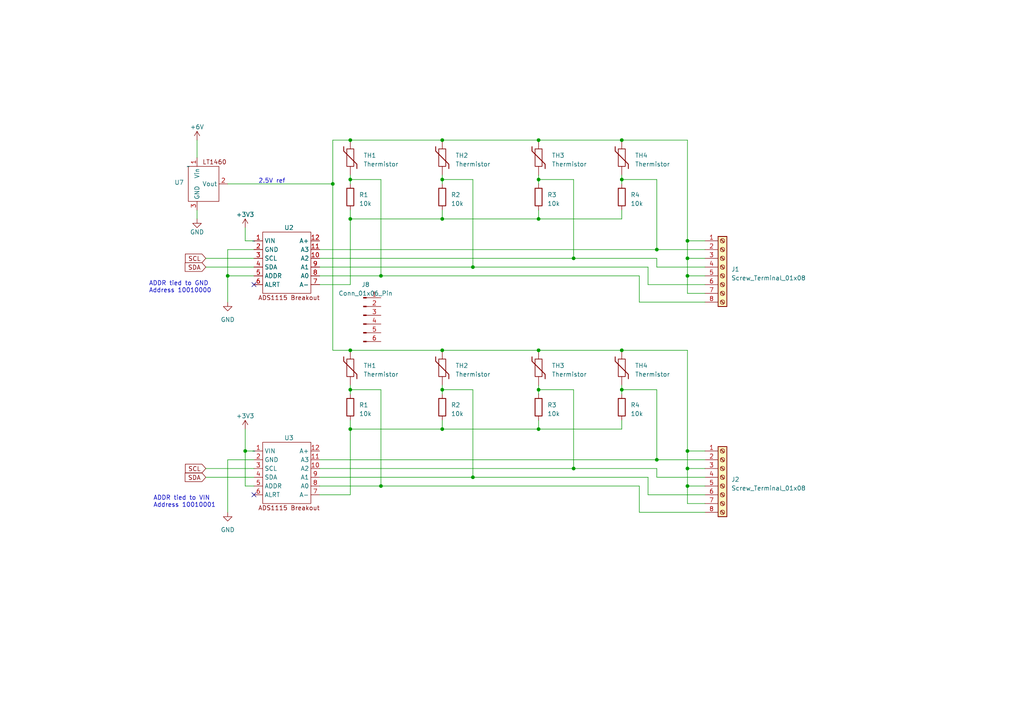
<source format=kicad_sch>
(kicad_sch (version 20230121) (generator eeschema)

  (uuid c395a982-2a4f-4c41-a003-bfcbf97c804e)

  (paper "A4")

  (lib_symbols
    (symbol "Connector:Conn_01x06_Pin" (pin_names (offset 1.016) hide) (in_bom yes) (on_board yes)
      (property "Reference" "J" (at 0 7.62 0)
        (effects (font (size 1.27 1.27)))
      )
      (property "Value" "Conn_01x06_Pin" (at 0 -10.16 0)
        (effects (font (size 1.27 1.27)))
      )
      (property "Footprint" "" (at 0 0 0)
        (effects (font (size 1.27 1.27)) hide)
      )
      (property "Datasheet" "~" (at 0 0 0)
        (effects (font (size 1.27 1.27)) hide)
      )
      (property "ki_locked" "" (at 0 0 0)
        (effects (font (size 1.27 1.27)))
      )
      (property "ki_keywords" "connector" (at 0 0 0)
        (effects (font (size 1.27 1.27)) hide)
      )
      (property "ki_description" "Generic connector, single row, 01x06, script generated" (at 0 0 0)
        (effects (font (size 1.27 1.27)) hide)
      )
      (property "ki_fp_filters" "Connector*:*_1x??_*" (at 0 0 0)
        (effects (font (size 1.27 1.27)) hide)
      )
      (symbol "Conn_01x06_Pin_1_1"
        (polyline
          (pts
            (xy 1.27 -7.62)
            (xy 0.8636 -7.62)
          )
          (stroke (width 0.1524) (type default))
          (fill (type none))
        )
        (polyline
          (pts
            (xy 1.27 -5.08)
            (xy 0.8636 -5.08)
          )
          (stroke (width 0.1524) (type default))
          (fill (type none))
        )
        (polyline
          (pts
            (xy 1.27 -2.54)
            (xy 0.8636 -2.54)
          )
          (stroke (width 0.1524) (type default))
          (fill (type none))
        )
        (polyline
          (pts
            (xy 1.27 0)
            (xy 0.8636 0)
          )
          (stroke (width 0.1524) (type default))
          (fill (type none))
        )
        (polyline
          (pts
            (xy 1.27 2.54)
            (xy 0.8636 2.54)
          )
          (stroke (width 0.1524) (type default))
          (fill (type none))
        )
        (polyline
          (pts
            (xy 1.27 5.08)
            (xy 0.8636 5.08)
          )
          (stroke (width 0.1524) (type default))
          (fill (type none))
        )
        (rectangle (start 0.8636 -7.493) (end 0 -7.747)
          (stroke (width 0.1524) (type default))
          (fill (type outline))
        )
        (rectangle (start 0.8636 -4.953) (end 0 -5.207)
          (stroke (width 0.1524) (type default))
          (fill (type outline))
        )
        (rectangle (start 0.8636 -2.413) (end 0 -2.667)
          (stroke (width 0.1524) (type default))
          (fill (type outline))
        )
        (rectangle (start 0.8636 0.127) (end 0 -0.127)
          (stroke (width 0.1524) (type default))
          (fill (type outline))
        )
        (rectangle (start 0.8636 2.667) (end 0 2.413)
          (stroke (width 0.1524) (type default))
          (fill (type outline))
        )
        (rectangle (start 0.8636 5.207) (end 0 4.953)
          (stroke (width 0.1524) (type default))
          (fill (type outline))
        )
        (pin passive line (at 5.08 5.08 180) (length 3.81)
          (name "Pin_1" (effects (font (size 1.27 1.27))))
          (number "1" (effects (font (size 1.27 1.27))))
        )
        (pin passive line (at 5.08 2.54 180) (length 3.81)
          (name "Pin_2" (effects (font (size 1.27 1.27))))
          (number "2" (effects (font (size 1.27 1.27))))
        )
        (pin passive line (at 5.08 0 180) (length 3.81)
          (name "Pin_3" (effects (font (size 1.27 1.27))))
          (number "3" (effects (font (size 1.27 1.27))))
        )
        (pin passive line (at 5.08 -2.54 180) (length 3.81)
          (name "Pin_4" (effects (font (size 1.27 1.27))))
          (number "4" (effects (font (size 1.27 1.27))))
        )
        (pin passive line (at 5.08 -5.08 180) (length 3.81)
          (name "Pin_5" (effects (font (size 1.27 1.27))))
          (number "5" (effects (font (size 1.27 1.27))))
        )
        (pin passive line (at 5.08 -7.62 180) (length 3.81)
          (name "Pin_6" (effects (font (size 1.27 1.27))))
          (number "6" (effects (font (size 1.27 1.27))))
        )
      )
    )
    (symbol "Connector:Screw_Terminal_01x08" (pin_names (offset 1.016) hide) (in_bom yes) (on_board yes)
      (property "Reference" "J" (at 0 10.16 0)
        (effects (font (size 1.27 1.27)))
      )
      (property "Value" "Screw_Terminal_01x08" (at 0 -12.7 0)
        (effects (font (size 1.27 1.27)))
      )
      (property "Footprint" "" (at 0 0 0)
        (effects (font (size 1.27 1.27)) hide)
      )
      (property "Datasheet" "~" (at 0 0 0)
        (effects (font (size 1.27 1.27)) hide)
      )
      (property "ki_keywords" "screw terminal" (at 0 0 0)
        (effects (font (size 1.27 1.27)) hide)
      )
      (property "ki_description" "Generic screw terminal, single row, 01x08, script generated (kicad-library-utils/schlib/autogen/connector/)" (at 0 0 0)
        (effects (font (size 1.27 1.27)) hide)
      )
      (property "ki_fp_filters" "TerminalBlock*:*" (at 0 0 0)
        (effects (font (size 1.27 1.27)) hide)
      )
      (symbol "Screw_Terminal_01x08_1_1"
        (rectangle (start -1.27 8.89) (end 1.27 -11.43)
          (stroke (width 0.254) (type default))
          (fill (type background))
        )
        (circle (center 0 -10.16) (radius 0.635)
          (stroke (width 0.1524) (type default))
          (fill (type none))
        )
        (circle (center 0 -7.62) (radius 0.635)
          (stroke (width 0.1524) (type default))
          (fill (type none))
        )
        (circle (center 0 -5.08) (radius 0.635)
          (stroke (width 0.1524) (type default))
          (fill (type none))
        )
        (circle (center 0 -2.54) (radius 0.635)
          (stroke (width 0.1524) (type default))
          (fill (type none))
        )
        (polyline
          (pts
            (xy -0.5334 -9.8298)
            (xy 0.3302 -10.668)
          )
          (stroke (width 0.1524) (type default))
          (fill (type none))
        )
        (polyline
          (pts
            (xy -0.5334 -7.2898)
            (xy 0.3302 -8.128)
          )
          (stroke (width 0.1524) (type default))
          (fill (type none))
        )
        (polyline
          (pts
            (xy -0.5334 -4.7498)
            (xy 0.3302 -5.588)
          )
          (stroke (width 0.1524) (type default))
          (fill (type none))
        )
        (polyline
          (pts
            (xy -0.5334 -2.2098)
            (xy 0.3302 -3.048)
          )
          (stroke (width 0.1524) (type default))
          (fill (type none))
        )
        (polyline
          (pts
            (xy -0.5334 0.3302)
            (xy 0.3302 -0.508)
          )
          (stroke (width 0.1524) (type default))
          (fill (type none))
        )
        (polyline
          (pts
            (xy -0.5334 2.8702)
            (xy 0.3302 2.032)
          )
          (stroke (width 0.1524) (type default))
          (fill (type none))
        )
        (polyline
          (pts
            (xy -0.5334 5.4102)
            (xy 0.3302 4.572)
          )
          (stroke (width 0.1524) (type default))
          (fill (type none))
        )
        (polyline
          (pts
            (xy -0.5334 7.9502)
            (xy 0.3302 7.112)
          )
          (stroke (width 0.1524) (type default))
          (fill (type none))
        )
        (polyline
          (pts
            (xy -0.3556 -9.652)
            (xy 0.508 -10.4902)
          )
          (stroke (width 0.1524) (type default))
          (fill (type none))
        )
        (polyline
          (pts
            (xy -0.3556 -7.112)
            (xy 0.508 -7.9502)
          )
          (stroke (width 0.1524) (type default))
          (fill (type none))
        )
        (polyline
          (pts
            (xy -0.3556 -4.572)
            (xy 0.508 -5.4102)
          )
          (stroke (width 0.1524) (type default))
          (fill (type none))
        )
        (polyline
          (pts
            (xy -0.3556 -2.032)
            (xy 0.508 -2.8702)
          )
          (stroke (width 0.1524) (type default))
          (fill (type none))
        )
        (polyline
          (pts
            (xy -0.3556 0.508)
            (xy 0.508 -0.3302)
          )
          (stroke (width 0.1524) (type default))
          (fill (type none))
        )
        (polyline
          (pts
            (xy -0.3556 3.048)
            (xy 0.508 2.2098)
          )
          (stroke (width 0.1524) (type default))
          (fill (type none))
        )
        (polyline
          (pts
            (xy -0.3556 5.588)
            (xy 0.508 4.7498)
          )
          (stroke (width 0.1524) (type default))
          (fill (type none))
        )
        (polyline
          (pts
            (xy -0.3556 8.128)
            (xy 0.508 7.2898)
          )
          (stroke (width 0.1524) (type default))
          (fill (type none))
        )
        (circle (center 0 0) (radius 0.635)
          (stroke (width 0.1524) (type default))
          (fill (type none))
        )
        (circle (center 0 2.54) (radius 0.635)
          (stroke (width 0.1524) (type default))
          (fill (type none))
        )
        (circle (center 0 5.08) (radius 0.635)
          (stroke (width 0.1524) (type default))
          (fill (type none))
        )
        (circle (center 0 7.62) (radius 0.635)
          (stroke (width 0.1524) (type default))
          (fill (type none))
        )
        (pin passive line (at -5.08 7.62 0) (length 3.81)
          (name "Pin_1" (effects (font (size 1.27 1.27))))
          (number "1" (effects (font (size 1.27 1.27))))
        )
        (pin passive line (at -5.08 5.08 0) (length 3.81)
          (name "Pin_2" (effects (font (size 1.27 1.27))))
          (number "2" (effects (font (size 1.27 1.27))))
        )
        (pin passive line (at -5.08 2.54 0) (length 3.81)
          (name "Pin_3" (effects (font (size 1.27 1.27))))
          (number "3" (effects (font (size 1.27 1.27))))
        )
        (pin passive line (at -5.08 0 0) (length 3.81)
          (name "Pin_4" (effects (font (size 1.27 1.27))))
          (number "4" (effects (font (size 1.27 1.27))))
        )
        (pin passive line (at -5.08 -2.54 0) (length 3.81)
          (name "Pin_5" (effects (font (size 1.27 1.27))))
          (number "5" (effects (font (size 1.27 1.27))))
        )
        (pin passive line (at -5.08 -5.08 0) (length 3.81)
          (name "Pin_6" (effects (font (size 1.27 1.27))))
          (number "6" (effects (font (size 1.27 1.27))))
        )
        (pin passive line (at -5.08 -7.62 0) (length 3.81)
          (name "Pin_7" (effects (font (size 1.27 1.27))))
          (number "7" (effects (font (size 1.27 1.27))))
        )
        (pin passive line (at -5.08 -10.16 0) (length 3.81)
          (name "Pin_8" (effects (font (size 1.27 1.27))))
          (number "8" (effects (font (size 1.27 1.27))))
        )
      )
    )
    (symbol "Device:R" (pin_numbers hide) (pin_names (offset 0)) (in_bom yes) (on_board yes)
      (property "Reference" "R" (at 2.032 0 90)
        (effects (font (size 1.27 1.27)))
      )
      (property "Value" "R" (at 0 0 90)
        (effects (font (size 1.27 1.27)))
      )
      (property "Footprint" "" (at -1.778 0 90)
        (effects (font (size 1.27 1.27)) hide)
      )
      (property "Datasheet" "~" (at 0 0 0)
        (effects (font (size 1.27 1.27)) hide)
      )
      (property "ki_keywords" "R res resistor" (at 0 0 0)
        (effects (font (size 1.27 1.27)) hide)
      )
      (property "ki_description" "Resistor" (at 0 0 0)
        (effects (font (size 1.27 1.27)) hide)
      )
      (property "ki_fp_filters" "R_*" (at 0 0 0)
        (effects (font (size 1.27 1.27)) hide)
      )
      (symbol "R_0_1"
        (rectangle (start -1.016 -2.54) (end 1.016 2.54)
          (stroke (width 0.254) (type default))
          (fill (type none))
        )
      )
      (symbol "R_1_1"
        (pin passive line (at 0 3.81 270) (length 1.27)
          (name "~" (effects (font (size 1.27 1.27))))
          (number "1" (effects (font (size 1.27 1.27))))
        )
        (pin passive line (at 0 -3.81 90) (length 1.27)
          (name "~" (effects (font (size 1.27 1.27))))
          (number "2" (effects (font (size 1.27 1.27))))
        )
      )
    )
    (symbol "Device:Thermistor" (pin_numbers hide) (pin_names (offset 0)) (in_bom yes) (on_board yes)
      (property "Reference" "TH" (at 2.54 1.27 90)
        (effects (font (size 1.27 1.27)))
      )
      (property "Value" "Thermistor" (at -2.54 0 90)
        (effects (font (size 1.27 1.27)) (justify bottom))
      )
      (property "Footprint" "" (at 0 0 0)
        (effects (font (size 1.27 1.27)) hide)
      )
      (property "Datasheet" "~" (at 0 0 0)
        (effects (font (size 1.27 1.27)) hide)
      )
      (property "ki_keywords" "R res thermistor" (at 0 0 0)
        (effects (font (size 1.27 1.27)) hide)
      )
      (property "ki_description" "Temperature dependent resistor" (at 0 0 0)
        (effects (font (size 1.27 1.27)) hide)
      )
      (property "ki_fp_filters" "R_*" (at 0 0 0)
        (effects (font (size 1.27 1.27)) hide)
      )
      (symbol "Thermistor_0_1"
        (rectangle (start -1.016 2.54) (end 1.016 -2.54)
          (stroke (width 0.2032) (type default))
          (fill (type none))
        )
        (polyline
          (pts
            (xy -1.905 3.175)
            (xy -1.905 1.905)
            (xy 1.905 -1.905)
            (xy 1.905 -3.175)
            (xy 1.905 -3.175)
          )
          (stroke (width 0.254) (type default))
          (fill (type none))
        )
      )
      (symbol "Thermistor_1_1"
        (pin passive line (at 0 5.08 270) (length 2.54)
          (name "~" (effects (font (size 1.27 1.27))))
          (number "1" (effects (font (size 1.27 1.27))))
        )
        (pin passive line (at 0 -5.08 90) (length 2.54)
          (name "~" (effects (font (size 1.27 1.27))))
          (number "2" (effects (font (size 1.27 1.27))))
        )
      )
    )
    (symbol "New_Library:ADS1115" (in_bom yes) (on_board yes)
      (property "Reference" "U" (at 3.81 3.81 0)
        (effects (font (size 1.27 1.27)))
      )
      (property "Value" "" (at 0 0 0)
        (effects (font (size 1.27 1.27)))
      )
      (property "Footprint" "" (at 0 0 0)
        (effects (font (size 1.27 1.27)) hide)
      )
      (property "Datasheet" "" (at 0 0 0)
        (effects (font (size 1.27 1.27)) hide)
      )
      (symbol "ADS1115_0_0"
        (pin unspecified line (at 0 0 0) (length 2.54)
          (name "VIN" (effects (font (size 1.27 1.27))))
          (number "1" (effects (font (size 1.27 1.27))))
        )
        (pin unspecified line (at 19.05 -5.08 180) (length 2.54)
          (name "A2" (effects (font (size 1.27 1.27))))
          (number "10" (effects (font (size 1.27 1.27))))
        )
        (pin unspecified line (at 19.05 -2.54 180) (length 2.54)
          (name "A3" (effects (font (size 1.27 1.27))))
          (number "11" (effects (font (size 1.27 1.27))))
        )
        (pin unspecified line (at 19.05 0 180) (length 2.54)
          (name "A+" (effects (font (size 1.27 1.27))))
          (number "12" (effects (font (size 1.27 1.27))))
        )
        (pin unspecified line (at 0 -2.54 0) (length 2.54)
          (name "GND" (effects (font (size 1.27 1.27))))
          (number "2" (effects (font (size 1.27 1.27))))
        )
        (pin unspecified line (at 0 -5.08 0) (length 2.54)
          (name "SCL" (effects (font (size 1.27 1.27))))
          (number "3" (effects (font (size 1.27 1.27))))
        )
        (pin unspecified line (at 0 -7.62 0) (length 2.54)
          (name "SDA" (effects (font (size 1.27 1.27))))
          (number "4" (effects (font (size 1.27 1.27))))
        )
        (pin unspecified line (at 0 -10.16 0) (length 2.54)
          (name "ADDR" (effects (font (size 1.27 1.27))))
          (number "5" (effects (font (size 1.27 1.27))))
        )
        (pin unspecified line (at 0 -12.7 0) (length 2.54)
          (name "ALRT" (effects (font (size 1.27 1.27))))
          (number "6" (effects (font (size 1.27 1.27))))
        )
        (pin unspecified line (at 19.05 -12.7 180) (length 2.54)
          (name "A-" (effects (font (size 1.27 1.27))))
          (number "7" (effects (font (size 1.27 1.27))))
        )
        (pin unspecified line (at 19.05 -10.16 180) (length 2.54)
          (name "A0" (effects (font (size 1.27 1.27))))
          (number "8" (effects (font (size 1.27 1.27))))
        )
        (pin unspecified line (at 19.05 -7.62 180) (length 2.54)
          (name "A1" (effects (font (size 1.27 1.27))))
          (number "9" (effects (font (size 1.27 1.27))))
        )
      )
      (symbol "ADS1115_0_1"
        (rectangle (start 2.54 2.54) (end 16.51 -15.24)
          (stroke (width 0) (type default))
          (fill (type none))
        )
      )
      (symbol "ADS1115_1_1"
        (text "ADS1115 Breakout" (at 10.16 -16.51 0)
          (effects (font (size 1.27 1.27)))
        )
      )
    )
    (symbol "New_Library:LT1460" (in_bom yes) (on_board yes)
      (property "Reference" "U" (at 5.08 -11.43 0)
        (effects (font (size 1.27 1.27)))
      )
      (property "Value" "" (at 0 0 0)
        (effects (font (size 1.27 1.27)))
      )
      (property "Footprint" "" (at 0 0 0)
        (effects (font (size 1.27 1.27)) hide)
      )
      (property "Datasheet" "" (at 0 0 0)
        (effects (font (size 1.27 1.27)) hide)
      )
      (property "ki_fp_filters" "TO-92*" (at 0 0 0)
        (effects (font (size 1.27 1.27)) hide)
      )
      (symbol "LT1460_0_0"
        (pin unspecified line (at 2.54 2.54 270) (length 2.54)
          (name "Vin" (effects (font (size 1.27 1.27))))
          (number "1" (effects (font (size 1.27 1.27))))
        )
        (pin unspecified line (at 11.43 -5.08 180) (length 2.54)
          (name "Vout" (effects (font (size 1.27 1.27))))
          (number "2" (effects (font (size 1.27 1.27))))
        )
        (pin unspecified line (at 2.54 -12.7 90) (length 2.54)
          (name "GND" (effects (font (size 1.27 1.27))))
          (number "3" (effects (font (size 1.27 1.27))))
        )
      )
      (symbol "LT1460_0_1"
        (rectangle (start 0 0) (end 8.89 -10.16)
          (stroke (width 0) (type default))
          (fill (type none))
        )
      )
      (symbol "LT1460_1_1"
        (text "LT1460" (at 7.62 1.27 0)
          (effects (font (size 1.27 1.27)))
        )
      )
    )
    (symbol "power:+3V3" (power) (pin_names (offset 0)) (in_bom yes) (on_board yes)
      (property "Reference" "#PWR" (at 0 -3.81 0)
        (effects (font (size 1.27 1.27)) hide)
      )
      (property "Value" "+3V3" (at 0 3.556 0)
        (effects (font (size 1.27 1.27)))
      )
      (property "Footprint" "" (at 0 0 0)
        (effects (font (size 1.27 1.27)) hide)
      )
      (property "Datasheet" "" (at 0 0 0)
        (effects (font (size 1.27 1.27)) hide)
      )
      (property "ki_keywords" "global power" (at 0 0 0)
        (effects (font (size 1.27 1.27)) hide)
      )
      (property "ki_description" "Power symbol creates a global label with name \"+3V3\"" (at 0 0 0)
        (effects (font (size 1.27 1.27)) hide)
      )
      (symbol "+3V3_0_1"
        (polyline
          (pts
            (xy -0.762 1.27)
            (xy 0 2.54)
          )
          (stroke (width 0) (type default))
          (fill (type none))
        )
        (polyline
          (pts
            (xy 0 0)
            (xy 0 2.54)
          )
          (stroke (width 0) (type default))
          (fill (type none))
        )
        (polyline
          (pts
            (xy 0 2.54)
            (xy 0.762 1.27)
          )
          (stroke (width 0) (type default))
          (fill (type none))
        )
      )
      (symbol "+3V3_1_1"
        (pin power_in line (at 0 0 90) (length 0) hide
          (name "+3V3" (effects (font (size 1.27 1.27))))
          (number "1" (effects (font (size 1.27 1.27))))
        )
      )
    )
    (symbol "power:+6V" (power) (pin_names (offset 0)) (in_bom yes) (on_board yes)
      (property "Reference" "#PWR" (at 0 -3.81 0)
        (effects (font (size 1.27 1.27)) hide)
      )
      (property "Value" "+6V" (at 0 3.556 0)
        (effects (font (size 1.27 1.27)))
      )
      (property "Footprint" "" (at 0 0 0)
        (effects (font (size 1.27 1.27)) hide)
      )
      (property "Datasheet" "" (at 0 0 0)
        (effects (font (size 1.27 1.27)) hide)
      )
      (property "ki_keywords" "global power" (at 0 0 0)
        (effects (font (size 1.27 1.27)) hide)
      )
      (property "ki_description" "Power symbol creates a global label with name \"+6V\"" (at 0 0 0)
        (effects (font (size 1.27 1.27)) hide)
      )
      (symbol "+6V_0_1"
        (polyline
          (pts
            (xy -0.762 1.27)
            (xy 0 2.54)
          )
          (stroke (width 0) (type default))
          (fill (type none))
        )
        (polyline
          (pts
            (xy 0 0)
            (xy 0 2.54)
          )
          (stroke (width 0) (type default))
          (fill (type none))
        )
        (polyline
          (pts
            (xy 0 2.54)
            (xy 0.762 1.27)
          )
          (stroke (width 0) (type default))
          (fill (type none))
        )
      )
      (symbol "+6V_1_1"
        (pin power_in line (at 0 0 90) (length 0) hide
          (name "+6V" (effects (font (size 1.27 1.27))))
          (number "1" (effects (font (size 1.27 1.27))))
        )
      )
    )
    (symbol "power:GND" (power) (pin_names (offset 0)) (in_bom yes) (on_board yes)
      (property "Reference" "#PWR" (at 0 -6.35 0)
        (effects (font (size 1.27 1.27)) hide)
      )
      (property "Value" "GND" (at 0 -3.81 0)
        (effects (font (size 1.27 1.27)))
      )
      (property "Footprint" "" (at 0 0 0)
        (effects (font (size 1.27 1.27)) hide)
      )
      (property "Datasheet" "" (at 0 0 0)
        (effects (font (size 1.27 1.27)) hide)
      )
      (property "ki_keywords" "global power" (at 0 0 0)
        (effects (font (size 1.27 1.27)) hide)
      )
      (property "ki_description" "Power symbol creates a global label with name \"GND\" , ground" (at 0 0 0)
        (effects (font (size 1.27 1.27)) hide)
      )
      (symbol "GND_0_1"
        (polyline
          (pts
            (xy 0 0)
            (xy 0 -1.27)
            (xy 1.27 -1.27)
            (xy 0 -2.54)
            (xy -1.27 -1.27)
            (xy 0 -1.27)
          )
          (stroke (width 0) (type default))
          (fill (type none))
        )
      )
      (symbol "GND_1_1"
        (pin power_in line (at 0 0 270) (length 0) hide
          (name "GND" (effects (font (size 1.27 1.27))))
          (number "1" (effects (font (size 1.27 1.27))))
        )
      )
    )
  )

  (junction (at 180.34 40.64) (diameter 0) (color 0 0 0 0)
    (uuid 0caef328-4e0b-4d60-9343-6d876c4e0224)
  )
  (junction (at 199.39 80.01) (diameter 0) (color 0 0 0 0)
    (uuid 0d486c3a-92a1-40e7-b638-c7c7d3215564)
  )
  (junction (at 166.37 135.89) (diameter 0) (color 0 0 0 0)
    (uuid 12a7cdd4-32b1-4fe9-8ccb-d98f05b9277c)
  )
  (junction (at 156.21 52.07) (diameter 0) (color 0 0 0 0)
    (uuid 1e199e2b-63df-4fff-b44c-c5bb9d34439a)
  )
  (junction (at 137.16 77.47) (diameter 0) (color 0 0 0 0)
    (uuid 23dea042-75e9-4396-ac3b-a96a313f033a)
  )
  (junction (at 128.27 113.03) (diameter 0) (color 0 0 0 0)
    (uuid 3522bc8a-8264-47ba-90bd-22fa057c4fc8)
  )
  (junction (at 110.49 80.01) (diameter 0) (color 0 0 0 0)
    (uuid 44fcb0a9-ce59-42e5-a4f7-1ef9c6b56288)
  )
  (junction (at 101.6 40.64) (diameter 0) (color 0 0 0 0)
    (uuid 4f94b166-aa6e-4d15-ac70-b5c094c5767f)
  )
  (junction (at 156.21 40.64) (diameter 0) (color 0 0 0 0)
    (uuid 5062ddc1-f38f-4444-a63e-f02986ac867f)
  )
  (junction (at 128.27 40.64) (diameter 0) (color 0 0 0 0)
    (uuid 57a99a37-3dc8-4539-b316-d64ad4ba66fc)
  )
  (junction (at 128.27 124.46) (diameter 0) (color 0 0 0 0)
    (uuid 63b175da-4b77-445c-9d24-9c8c5b0f47ee)
  )
  (junction (at 199.39 130.81) (diameter 0) (color 0 0 0 0)
    (uuid 63fac226-534a-4126-9a2b-7250fce1c96e)
  )
  (junction (at 101.6 101.6) (diameter 0) (color 0 0 0 0)
    (uuid 65974e5f-0e9c-4d89-8da7-27b40297eb53)
  )
  (junction (at 128.27 63.5) (diameter 0) (color 0 0 0 0)
    (uuid 661c534d-3288-47ef-93ed-e7763515e320)
  )
  (junction (at 156.21 113.03) (diameter 0) (color 0 0 0 0)
    (uuid 6fd3ea19-9a17-41bb-bd7c-6c847818ea8d)
  )
  (junction (at 166.37 74.93) (diameter 0) (color 0 0 0 0)
    (uuid 71c4267f-9ab1-433c-bbab-8b12bd9e3ddd)
  )
  (junction (at 199.39 140.97) (diameter 0) (color 0 0 0 0)
    (uuid 7a54b2f8-6d36-4097-a398-e909acca3503)
  )
  (junction (at 156.21 124.46) (diameter 0) (color 0 0 0 0)
    (uuid 7bc51f20-3793-4100-b67b-857e6b482405)
  )
  (junction (at 71.12 130.81) (diameter 0) (color 0 0 0 0)
    (uuid 7f2c6c27-69f7-444d-80ef-ab40d4d3d9bd)
  )
  (junction (at 190.5 72.39) (diameter 0) (color 0 0 0 0)
    (uuid 8080f3b1-8a5b-488b-9016-6f1c6fc6805b)
  )
  (junction (at 101.6 52.07) (diameter 0) (color 0 0 0 0)
    (uuid 82f62994-a1c6-4768-923c-e8f52a578ce9)
  )
  (junction (at 156.21 101.6) (diameter 0) (color 0 0 0 0)
    (uuid 8aa3ba76-27f7-4aa3-a0f4-5368cf7089e2)
  )
  (junction (at 128.27 101.6) (diameter 0) (color 0 0 0 0)
    (uuid 8b5c9608-0ce6-4a00-b260-3cf243c47fad)
  )
  (junction (at 96.52 53.34) (diameter 0) (color 0 0 0 0)
    (uuid 90c46dd1-95de-4f12-9c15-9a9a71300275)
  )
  (junction (at 199.39 135.89) (diameter 0) (color 0 0 0 0)
    (uuid ae322b21-8595-49e3-86d3-cfbb6aaf02f5)
  )
  (junction (at 180.34 101.6) (diameter 0) (color 0 0 0 0)
    (uuid b8b1a511-831d-4c29-929b-d641559369dd)
  )
  (junction (at 66.04 80.01) (diameter 0) (color 0 0 0 0)
    (uuid ba17ca4a-f155-4007-b7b4-38a12561ee1d)
  )
  (junction (at 190.5 133.35) (diameter 0) (color 0 0 0 0)
    (uuid c4465b44-d1ee-4eb7-96d2-8474508ed5e0)
  )
  (junction (at 180.34 113.03) (diameter 0) (color 0 0 0 0)
    (uuid c4e35afc-2742-447e-b92b-8abce59e8037)
  )
  (junction (at 101.6 124.46) (diameter 0) (color 0 0 0 0)
    (uuid c5ab4556-e6b1-4333-bd20-459c632b449d)
  )
  (junction (at 101.6 113.03) (diameter 0) (color 0 0 0 0)
    (uuid ca34fa14-f7f9-44a9-bd1e-beddf432b945)
  )
  (junction (at 128.27 52.07) (diameter 0) (color 0 0 0 0)
    (uuid cad775d5-502b-4806-977d-278b78effbfc)
  )
  (junction (at 137.16 138.43) (diameter 0) (color 0 0 0 0)
    (uuid cc1a42a0-729b-46f0-a742-13edb74aa7b6)
  )
  (junction (at 156.21 63.5) (diameter 0) (color 0 0 0 0)
    (uuid d8b5e1aa-ed08-4472-98be-5d810ffde9cc)
  )
  (junction (at 180.34 52.07) (diameter 0) (color 0 0 0 0)
    (uuid e994461a-d1df-49fa-9f2a-6222e1f4beee)
  )
  (junction (at 110.49 140.97) (diameter 0) (color 0 0 0 0)
    (uuid f7e7141a-fce5-482d-8b03-9eeaa5930a2d)
  )
  (junction (at 101.6 63.5) (diameter 0) (color 0 0 0 0)
    (uuid f845dd88-34c0-47b6-aae3-5bde35e41c3a)
  )
  (junction (at 199.39 69.85) (diameter 0) (color 0 0 0 0)
    (uuid fded1eb3-725b-4904-b52f-19028906820c)
  )
  (junction (at 199.39 74.93) (diameter 0) (color 0 0 0 0)
    (uuid ffb92b17-e68c-47e5-b650-9f41a86eea63)
  )

  (no_connect (at 73.66 143.51) (uuid 2d96d8ef-3ebd-407c-8b27-d7fb7f874f3d))
  (no_connect (at 73.66 82.55) (uuid b1323824-24f5-4474-b98b-2ab21e165b17))

  (wire (pts (xy 156.21 113.03) (xy 156.21 114.3))
    (stroke (width 0) (type default))
    (uuid 02128a31-e3fa-4a98-b4f5-36e6f4d0ba62)
  )
  (wire (pts (xy 73.66 133.35) (xy 66.04 133.35))
    (stroke (width 0) (type default))
    (uuid 036daf7b-2f97-4053-a973-7a0a89dcc5e0)
  )
  (wire (pts (xy 71.12 66.04) (xy 71.12 69.85))
    (stroke (width 0) (type default))
    (uuid 06bdaf97-7f30-4c2a-be47-e4b0dab2ab68)
  )
  (wire (pts (xy 66.04 80.01) (xy 73.66 80.01))
    (stroke (width 0) (type default))
    (uuid 07f689f5-0d75-46ed-9dcb-81d58c6c194b)
  )
  (wire (pts (xy 204.47 146.05) (xy 199.39 146.05))
    (stroke (width 0) (type default))
    (uuid 08c23d25-7d04-4466-90a1-9d51f32b48f7)
  )
  (wire (pts (xy 199.39 140.97) (xy 199.39 135.89))
    (stroke (width 0) (type default))
    (uuid 0c4c65a7-54af-4b82-aab7-ac37f693378f)
  )
  (wire (pts (xy 180.34 111.76) (xy 180.34 113.03))
    (stroke (width 0) (type default))
    (uuid 112e0534-4443-4587-b9ff-993a1c674d7e)
  )
  (wire (pts (xy 156.21 111.76) (xy 156.21 113.03))
    (stroke (width 0) (type default))
    (uuid 16cc1f3b-185f-44a8-9311-fdbbf67272e0)
  )
  (wire (pts (xy 92.71 133.35) (xy 190.5 133.35))
    (stroke (width 0) (type default))
    (uuid 1ce6eb58-1552-4845-8ff2-0c8d68313eef)
  )
  (wire (pts (xy 137.16 77.47) (xy 137.16 52.07))
    (stroke (width 0) (type default))
    (uuid 1d1c7935-3279-4e61-912a-fc94e3e9bd28)
  )
  (wire (pts (xy 187.96 143.51) (xy 204.47 143.51))
    (stroke (width 0) (type default))
    (uuid 1d40b7ad-824b-4bb4-855a-dfb3f8a774a4)
  )
  (wire (pts (xy 180.34 50.8) (xy 180.34 52.07))
    (stroke (width 0) (type default))
    (uuid 1e928ca4-efec-45f4-a3bb-64987c10b2de)
  )
  (wire (pts (xy 96.52 40.64) (xy 101.6 40.64))
    (stroke (width 0) (type default))
    (uuid 1f585b25-0981-47a8-b5e4-9321e142e388)
  )
  (wire (pts (xy 156.21 40.64) (xy 180.34 40.64))
    (stroke (width 0) (type default))
    (uuid 1f97f46f-12f3-4cff-afba-ee511a8b67c6)
  )
  (wire (pts (xy 180.34 121.92) (xy 180.34 124.46))
    (stroke (width 0) (type default))
    (uuid 1fbba856-98d3-49b7-b26d-efbbb347a9c9)
  )
  (wire (pts (xy 190.5 133.35) (xy 190.5 113.03))
    (stroke (width 0) (type default))
    (uuid 20a857ac-35cc-4c10-acf7-dc9389cbe03b)
  )
  (wire (pts (xy 199.39 135.89) (xy 199.39 130.81))
    (stroke (width 0) (type default))
    (uuid 215c371e-3607-4a3e-9c2e-f616f089595f)
  )
  (wire (pts (xy 92.71 135.89) (xy 166.37 135.89))
    (stroke (width 0) (type default))
    (uuid 2ae8984c-fcb0-4adc-bd3c-12a0bda2dec2)
  )
  (wire (pts (xy 190.5 135.89) (xy 190.5 138.43))
    (stroke (width 0) (type default))
    (uuid 2b180b6d-84c6-4fa8-8b69-32293a198b14)
  )
  (wire (pts (xy 199.39 146.05) (xy 199.39 140.97))
    (stroke (width 0) (type default))
    (uuid 3240ac79-248e-4f18-bc3d-5c7cff4f0892)
  )
  (wire (pts (xy 204.47 74.93) (xy 199.39 74.93))
    (stroke (width 0) (type default))
    (uuid 34f733ae-7d88-43ac-ad34-c3e5a1e5ea2a)
  )
  (wire (pts (xy 101.6 52.07) (xy 101.6 53.34))
    (stroke (width 0) (type default))
    (uuid 369cda5a-bd79-453b-90c7-a67649d3612c)
  )
  (wire (pts (xy 180.34 52.07) (xy 180.34 53.34))
    (stroke (width 0) (type default))
    (uuid 36b75c75-b4b1-486d-a65b-ef3eed5b997d)
  )
  (wire (pts (xy 101.6 101.6) (xy 128.27 101.6))
    (stroke (width 0) (type default))
    (uuid 37a29841-a69e-4df5-a328-6d6d7468e93f)
  )
  (wire (pts (xy 101.6 52.07) (xy 110.49 52.07))
    (stroke (width 0) (type default))
    (uuid 3d9f7e94-3a02-483e-ac0c-bd4983fcd2db)
  )
  (wire (pts (xy 96.52 53.34) (xy 96.52 40.64))
    (stroke (width 0) (type default))
    (uuid 3e259e46-8f79-4ced-8d0b-8b4872df277d)
  )
  (wire (pts (xy 110.49 140.97) (xy 185.42 140.97))
    (stroke (width 0) (type default))
    (uuid 43551d3e-7ffc-41ba-909c-91e4604a99e8)
  )
  (wire (pts (xy 180.34 52.07) (xy 190.5 52.07))
    (stroke (width 0) (type default))
    (uuid 46db4670-1602-4aa7-b0f4-aa645e52dc58)
  )
  (wire (pts (xy 156.21 50.8) (xy 156.21 52.07))
    (stroke (width 0) (type default))
    (uuid 48d9a893-e0d7-4b48-b992-00bc5f88ce76)
  )
  (wire (pts (xy 101.6 40.64) (xy 128.27 40.64))
    (stroke (width 0) (type default))
    (uuid 4d945cf0-36ed-4155-afe8-2bdf7d9e742f)
  )
  (wire (pts (xy 199.39 80.01) (xy 199.39 74.93))
    (stroke (width 0) (type default))
    (uuid 50b7ee76-9c43-4738-a223-13397f287cd7)
  )
  (wire (pts (xy 96.52 101.6) (xy 101.6 101.6))
    (stroke (width 0) (type default))
    (uuid 5144dcd6-7159-455c-9d1f-4da51d9149df)
  )
  (wire (pts (xy 128.27 124.46) (xy 156.21 124.46))
    (stroke (width 0) (type default))
    (uuid 517ebc53-75a8-438c-9126-c808ce983268)
  )
  (wire (pts (xy 204.47 140.97) (xy 199.39 140.97))
    (stroke (width 0) (type default))
    (uuid 545de8c8-f97a-42c7-9eb4-c4fbc4504eb0)
  )
  (wire (pts (xy 96.52 53.34) (xy 96.52 101.6))
    (stroke (width 0) (type default))
    (uuid 554acf04-d9c3-4646-9c08-5d5a3ba96a32)
  )
  (wire (pts (xy 73.66 72.39) (xy 66.04 72.39))
    (stroke (width 0) (type default))
    (uuid 58ee0f87-c9b0-4a4d-a7ac-ac5f62e60e6d)
  )
  (wire (pts (xy 128.27 101.6) (xy 156.21 101.6))
    (stroke (width 0) (type default))
    (uuid 5bbaf699-dfca-4110-9a9f-4d6e8167c2d1)
  )
  (wire (pts (xy 137.16 77.47) (xy 187.96 77.47))
    (stroke (width 0) (type default))
    (uuid 5c3b6db4-83ec-4d7a-ad4f-fff65b58f7ec)
  )
  (wire (pts (xy 71.12 124.46) (xy 71.12 130.81))
    (stroke (width 0) (type default))
    (uuid 5c7eb57d-4248-48f6-a55f-5289cad25daa)
  )
  (wire (pts (xy 185.42 140.97) (xy 185.42 148.59))
    (stroke (width 0) (type default))
    (uuid 5f7d6115-fb8a-43e5-b48f-d8b70cd6517b)
  )
  (wire (pts (xy 110.49 140.97) (xy 92.71 140.97))
    (stroke (width 0) (type default))
    (uuid 5fc5220f-e667-47ef-ae85-be91febe1f97)
  )
  (wire (pts (xy 199.39 69.85) (xy 204.47 69.85))
    (stroke (width 0) (type default))
    (uuid 604eced4-08b0-4b36-b8a4-21a114b1f10b)
  )
  (wire (pts (xy 110.49 113.03) (xy 110.49 140.97))
    (stroke (width 0) (type default))
    (uuid 629654a3-47e6-4928-9d0a-a7dbfef7ea27)
  )
  (wire (pts (xy 166.37 135.89) (xy 190.5 135.89))
    (stroke (width 0) (type default))
    (uuid 676b5425-83ef-4613-a73c-c421456a64f2)
  )
  (wire (pts (xy 190.5 133.35) (xy 204.47 133.35))
    (stroke (width 0) (type default))
    (uuid 6911a018-045b-4fc3-960a-ec15e5ba8ac7)
  )
  (wire (pts (xy 101.6 50.8) (xy 101.6 52.07))
    (stroke (width 0) (type default))
    (uuid 6d7df48d-f64c-4ff0-9268-e489d85736ab)
  )
  (wire (pts (xy 92.71 72.39) (xy 190.5 72.39))
    (stroke (width 0) (type default))
    (uuid 6f72a7ab-dd86-4d2d-bfd8-d55f642306dd)
  )
  (wire (pts (xy 156.21 52.07) (xy 156.21 53.34))
    (stroke (width 0) (type default))
    (uuid 7043e5c5-f823-42ba-a64f-e4c6ca8692fc)
  )
  (wire (pts (xy 128.27 52.07) (xy 137.16 52.07))
    (stroke (width 0) (type default))
    (uuid 70ac4fcc-d6ab-4dc3-9afd-0a0551fcee1b)
  )
  (wire (pts (xy 190.5 74.93) (xy 190.5 77.47))
    (stroke (width 0) (type default))
    (uuid 731cbcf3-7b95-4227-b06c-e52ac79929fe)
  )
  (wire (pts (xy 128.27 63.5) (xy 156.21 63.5))
    (stroke (width 0) (type default))
    (uuid 74b4acc3-3f4a-4dc6-8e44-14021d523f74)
  )
  (wire (pts (xy 92.71 143.51) (xy 101.6 143.51))
    (stroke (width 0) (type default))
    (uuid 75a2b78a-f06a-47f5-998b-d78efd91d5ac)
  )
  (wire (pts (xy 92.71 138.43) (xy 137.16 138.43))
    (stroke (width 0) (type default))
    (uuid 78324d03-6d74-4d2f-997c-c640f4890578)
  )
  (wire (pts (xy 73.66 130.81) (xy 71.12 130.81))
    (stroke (width 0) (type default))
    (uuid 79c2ca89-58dd-4ed6-b4bd-088293d2eee7)
  )
  (wire (pts (xy 101.6 124.46) (xy 101.6 121.92))
    (stroke (width 0) (type default))
    (uuid 7b69daa7-7f9e-4f42-9364-7c16c869f55d)
  )
  (wire (pts (xy 190.5 138.43) (xy 204.47 138.43))
    (stroke (width 0) (type default))
    (uuid 7e484735-2762-455b-9f2e-dc4ec6c7ee95)
  )
  (wire (pts (xy 101.6 63.5) (xy 101.6 60.96))
    (stroke (width 0) (type default))
    (uuid 7f25c8b5-47ca-4e0d-aecb-3d9c25ce79c1)
  )
  (wire (pts (xy 71.12 140.97) (xy 71.12 130.81))
    (stroke (width 0) (type default))
    (uuid 7f7dc7e4-ac58-498a-9478-fd51fd9c5759)
  )
  (wire (pts (xy 199.39 101.6) (xy 199.39 130.81))
    (stroke (width 0) (type default))
    (uuid 80852f54-29d6-4080-84af-1deb15f6f40b)
  )
  (wire (pts (xy 128.27 63.5) (xy 101.6 63.5))
    (stroke (width 0) (type default))
    (uuid 82c64c78-ccd5-4a26-8099-77ad1bdb72f0)
  )
  (wire (pts (xy 59.69 74.93) (xy 73.66 74.93))
    (stroke (width 0) (type default))
    (uuid 84998074-f33f-4322-8ad7-adc830dd2bec)
  )
  (wire (pts (xy 59.69 138.43) (xy 73.66 138.43))
    (stroke (width 0) (type default))
    (uuid 8741b00c-22e4-453c-ab8e-77925521495e)
  )
  (wire (pts (xy 185.42 87.63) (xy 204.47 87.63))
    (stroke (width 0) (type default))
    (uuid 89312734-6c96-438a-950b-758e271229a7)
  )
  (wire (pts (xy 128.27 60.96) (xy 128.27 63.5))
    (stroke (width 0) (type default))
    (uuid 89641c76-724b-4aa1-9e66-de2ddc1cd5a7)
  )
  (wire (pts (xy 156.21 121.92) (xy 156.21 124.46))
    (stroke (width 0) (type default))
    (uuid 89e2bf77-4343-42d9-b922-1e842a2e153a)
  )
  (wire (pts (xy 199.39 74.93) (xy 199.39 69.85))
    (stroke (width 0) (type default))
    (uuid 8a18cdda-4f49-4ae0-b120-10bbbed8c986)
  )
  (wire (pts (xy 180.34 113.03) (xy 190.5 113.03))
    (stroke (width 0) (type default))
    (uuid 8a441eaa-7c68-477b-8dda-00f9ddf88031)
  )
  (wire (pts (xy 156.21 113.03) (xy 166.37 113.03))
    (stroke (width 0) (type default))
    (uuid 8cc51bad-9bee-4604-b243-85bf4b202e00)
  )
  (wire (pts (xy 101.6 113.03) (xy 110.49 113.03))
    (stroke (width 0) (type default))
    (uuid 901002ab-bcf8-468a-9c6d-6f04389f97ee)
  )
  (wire (pts (xy 110.49 80.01) (xy 185.42 80.01))
    (stroke (width 0) (type default))
    (uuid 9358be03-aacb-4f71-abea-0baf55a2e4b9)
  )
  (wire (pts (xy 128.27 111.76) (xy 128.27 113.03))
    (stroke (width 0) (type default))
    (uuid 964a1f1a-0502-43ee-a919-4df3e65d19b2)
  )
  (wire (pts (xy 156.21 101.6) (xy 180.34 101.6))
    (stroke (width 0) (type default))
    (uuid 98144748-c045-4617-83dd-e37092c3bc45)
  )
  (wire (pts (xy 110.49 52.07) (xy 110.49 80.01))
    (stroke (width 0) (type default))
    (uuid 9ba21825-f536-4cc1-9888-2821b94f46b0)
  )
  (wire (pts (xy 204.47 135.89) (xy 199.39 135.89))
    (stroke (width 0) (type default))
    (uuid 9d7db373-2aa6-4b52-98bc-d395e4a20298)
  )
  (wire (pts (xy 92.71 77.47) (xy 137.16 77.47))
    (stroke (width 0) (type default))
    (uuid 9e6e83b4-a639-4178-a44e-29e15f91a34c)
  )
  (wire (pts (xy 199.39 40.64) (xy 199.39 69.85))
    (stroke (width 0) (type default))
    (uuid a5af9877-9392-414e-a311-ef20a146ca19)
  )
  (wire (pts (xy 180.34 113.03) (xy 180.34 114.3))
    (stroke (width 0) (type default))
    (uuid a6529f33-f749-49bf-a1da-a223a66d7278)
  )
  (wire (pts (xy 59.69 77.47) (xy 73.66 77.47))
    (stroke (width 0) (type default))
    (uuid a6cd066e-4475-4822-8b7e-7facf7eb6835)
  )
  (wire (pts (xy 57.15 40.64) (xy 57.15 45.72))
    (stroke (width 0) (type default))
    (uuid a75d03fd-6f04-4c5e-b10d-dadceaf2cdb2)
  )
  (wire (pts (xy 190.5 72.39) (xy 190.5 52.07))
    (stroke (width 0) (type default))
    (uuid ae7c4734-dc87-4b86-9ee0-800e2507b458)
  )
  (wire (pts (xy 128.27 113.03) (xy 137.16 113.03))
    (stroke (width 0) (type default))
    (uuid b89cdf12-cdfa-4836-8c1b-d79445ecceac)
  )
  (wire (pts (xy 187.96 82.55) (xy 204.47 82.55))
    (stroke (width 0) (type default))
    (uuid bac3807d-755b-4c5a-93ad-1a50c6a2c19c)
  )
  (wire (pts (xy 190.5 77.47) (xy 204.47 77.47))
    (stroke (width 0) (type default))
    (uuid bac8286d-3d92-4ec5-8d01-b4e14263e5d4)
  )
  (wire (pts (xy 128.27 121.92) (xy 128.27 124.46))
    (stroke (width 0) (type default))
    (uuid bba9980c-fe1f-416e-9278-558b39098af6)
  )
  (wire (pts (xy 59.69 135.89) (xy 73.66 135.89))
    (stroke (width 0) (type default))
    (uuid bd252c36-a189-4568-bf7c-681ab98d5826)
  )
  (wire (pts (xy 166.37 74.93) (xy 166.37 52.07))
    (stroke (width 0) (type default))
    (uuid be03e298-88e2-4e27-b02b-d56534fdb352)
  )
  (wire (pts (xy 128.27 124.46) (xy 101.6 124.46))
    (stroke (width 0) (type default))
    (uuid be89eb70-3e24-4062-92a9-bb1f63d1a932)
  )
  (wire (pts (xy 92.71 74.93) (xy 166.37 74.93))
    (stroke (width 0) (type default))
    (uuid bf9e90f2-230a-436c-b01b-2ea1f9dc93c4)
  )
  (wire (pts (xy 199.39 130.81) (xy 204.47 130.81))
    (stroke (width 0) (type default))
    (uuid c0708c00-ed44-4bce-abb0-ae430ee5d005)
  )
  (wire (pts (xy 156.21 52.07) (xy 166.37 52.07))
    (stroke (width 0) (type default))
    (uuid c4b5edc4-8c25-4a52-b3b1-c960b3de8ada)
  )
  (wire (pts (xy 128.27 40.64) (xy 156.21 40.64))
    (stroke (width 0) (type default))
    (uuid c5ba7f37-bc1c-43bb-bab6-885fea397acd)
  )
  (wire (pts (xy 185.42 148.59) (xy 204.47 148.59))
    (stroke (width 0) (type default))
    (uuid c5eb91bf-2d9e-45a5-9085-497811c25041)
  )
  (wire (pts (xy 101.6 143.51) (xy 101.6 124.46))
    (stroke (width 0) (type default))
    (uuid c696d98a-009b-499d-aff4-bdf1e173eaf4)
  )
  (wire (pts (xy 57.15 63.5) (xy 57.15 60.96))
    (stroke (width 0) (type default))
    (uuid d07c8b66-5408-4652-b735-bd0635d14a20)
  )
  (wire (pts (xy 156.21 124.46) (xy 180.34 124.46))
    (stroke (width 0) (type default))
    (uuid d20a58ae-860f-4509-8f3c-ed94d1b07b8e)
  )
  (wire (pts (xy 190.5 72.39) (xy 204.47 72.39))
    (stroke (width 0) (type default))
    (uuid d3204b15-b149-4539-a9ab-e1da8b96e367)
  )
  (wire (pts (xy 187.96 77.47) (xy 187.96 82.55))
    (stroke (width 0) (type default))
    (uuid d3bd4d17-39ea-42f7-9499-a29a0a17c4af)
  )
  (wire (pts (xy 187.96 138.43) (xy 187.96 143.51))
    (stroke (width 0) (type default))
    (uuid d5266944-33ef-4280-a014-fba028b5eb0e)
  )
  (wire (pts (xy 156.21 60.96) (xy 156.21 63.5))
    (stroke (width 0) (type default))
    (uuid d53d6c2d-193a-427e-b53e-f5395eb06c32)
  )
  (wire (pts (xy 66.04 133.35) (xy 66.04 148.59))
    (stroke (width 0) (type default))
    (uuid d6de2080-eaec-4630-abf8-11e641b8d66e)
  )
  (wire (pts (xy 166.37 135.89) (xy 166.37 113.03))
    (stroke (width 0) (type default))
    (uuid d8143998-380b-4a37-8dc6-5e09caf8afe6)
  )
  (wire (pts (xy 156.21 63.5) (xy 180.34 63.5))
    (stroke (width 0) (type default))
    (uuid d853ba0a-2286-49d2-be4c-395e552841ec)
  )
  (wire (pts (xy 66.04 80.01) (xy 66.04 87.63))
    (stroke (width 0) (type default))
    (uuid d90bd74e-95e8-4547-9645-9b52447324e9)
  )
  (wire (pts (xy 73.66 140.97) (xy 71.12 140.97))
    (stroke (width 0) (type default))
    (uuid d99975d8-78fa-4bca-8163-f15b75402005)
  )
  (wire (pts (xy 199.39 85.09) (xy 199.39 80.01))
    (stroke (width 0) (type default))
    (uuid dbeac0fe-103a-4478-8bf3-3be291dabae3)
  )
  (wire (pts (xy 180.34 40.64) (xy 199.39 40.64))
    (stroke (width 0) (type default))
    (uuid dc6b7442-d08f-4659-bbcc-776a58487a1c)
  )
  (wire (pts (xy 204.47 80.01) (xy 199.39 80.01))
    (stroke (width 0) (type default))
    (uuid dccf1a79-2d77-4265-a1a9-8ab4752ca9e6)
  )
  (wire (pts (xy 128.27 113.03) (xy 128.27 114.3))
    (stroke (width 0) (type default))
    (uuid dd4a1463-790c-4606-99c4-d4e1b67c1133)
  )
  (wire (pts (xy 128.27 52.07) (xy 128.27 53.34))
    (stroke (width 0) (type default))
    (uuid dd6ef65a-ce52-419f-94c0-b197c783be54)
  )
  (wire (pts (xy 101.6 113.03) (xy 101.6 114.3))
    (stroke (width 0) (type default))
    (uuid de4c330f-6746-4629-afe9-2e71eb779f77)
  )
  (wire (pts (xy 185.42 80.01) (xy 185.42 87.63))
    (stroke (width 0) (type default))
    (uuid dfb77f99-cbc6-43bf-84f3-5f61d77d1750)
  )
  (wire (pts (xy 137.16 138.43) (xy 187.96 138.43))
    (stroke (width 0) (type default))
    (uuid dfc72339-7175-4e64-81ca-7113c7571628)
  )
  (wire (pts (xy 101.6 111.76) (xy 101.6 113.03))
    (stroke (width 0) (type default))
    (uuid e0052b78-da35-4350-b7b0-d9e0bab3b6a2)
  )
  (wire (pts (xy 166.37 74.93) (xy 190.5 74.93))
    (stroke (width 0) (type default))
    (uuid e5600af5-5f00-445b-8c57-1532dd39a796)
  )
  (wire (pts (xy 204.47 85.09) (xy 199.39 85.09))
    (stroke (width 0) (type default))
    (uuid e6bc1b65-640f-4026-b46f-fd2c862c4012)
  )
  (wire (pts (xy 137.16 138.43) (xy 137.16 113.03))
    (stroke (width 0) (type default))
    (uuid e8a9cf85-88d7-4ebb-bf0b-081edcf1b369)
  )
  (wire (pts (xy 71.12 69.85) (xy 73.66 69.85))
    (stroke (width 0) (type default))
    (uuid eb5440d3-6610-4954-80ca-40d2aa101747)
  )
  (wire (pts (xy 180.34 60.96) (xy 180.34 63.5))
    (stroke (width 0) (type default))
    (uuid f1c72cb5-77e0-4324-97d6-1cf0b55b0b90)
  )
  (wire (pts (xy 128.27 50.8) (xy 128.27 52.07))
    (stroke (width 0) (type default))
    (uuid f2baacde-0dcf-4c6b-8653-69953ea4f363)
  )
  (wire (pts (xy 180.34 101.6) (xy 199.39 101.6))
    (stroke (width 0) (type default))
    (uuid f4282329-67bc-4ec0-96fa-5efc7254f846)
  )
  (wire (pts (xy 66.04 72.39) (xy 66.04 80.01))
    (stroke (width 0) (type default))
    (uuid f5810c1f-ccae-4e7a-89df-9be8d3b71337)
  )
  (wire (pts (xy 101.6 82.55) (xy 101.6 63.5))
    (stroke (width 0) (type default))
    (uuid f7733dce-a8d3-42c8-854d-535c3068627e)
  )
  (wire (pts (xy 110.49 80.01) (xy 92.71 80.01))
    (stroke (width 0) (type default))
    (uuid f814197d-0bbf-4d6b-a388-5ed793be2a83)
  )
  (wire (pts (xy 92.71 82.55) (xy 101.6 82.55))
    (stroke (width 0) (type default))
    (uuid fbfa2472-cbaa-4ebf-b2a2-896e8b98bbe1)
  )
  (wire (pts (xy 66.04 53.34) (xy 96.52 53.34))
    (stroke (width 0) (type default))
    (uuid fd7967bf-af41-4e7d-904f-5cbcb2b83628)
  )

  (text "ADDR tied to GND\nAddress 10010000" (at 43.18 85.09 0)
    (effects (font (size 1.27 1.27)) (justify left bottom))
    (uuid 2160b444-6972-473d-8986-15d60678620c)
  )
  (text "2.5V ref" (at 74.93 53.34 0)
    (effects (font (size 1.27 1.27)) (justify left bottom))
    (uuid c8ba6458-f634-426c-9985-7e0cf6895a9b)
  )
  (text "ADDR tied to VIN\nAddress 10010001" (at 44.45 147.32 0)
    (effects (font (size 1.27 1.27)) (justify left bottom))
    (uuid fa8ba91a-e1ef-4bef-ade3-a95c6c4203c1)
  )

  (global_label "SDA" (shape input) (at 59.69 77.47 180) (fields_autoplaced)
    (effects (font (size 1.27 1.27)) (justify right))
    (uuid 71ce74f3-bda6-45e8-a886-911bc0e88e1b)
    (property "Intersheetrefs" "${INTERSHEET_REFS}" (at 53.2161 77.47 0)
      (effects (font (size 1.27 1.27)) (justify right) hide)
    )
  )
  (global_label "SCL" (shape input) (at 59.69 74.93 180) (fields_autoplaced)
    (effects (font (size 1.27 1.27)) (justify right))
    (uuid a05f57a0-d016-44b0-bb2a-d067d60fa60e)
    (property "Intersheetrefs" "${INTERSHEET_REFS}" (at 53.2766 74.93 0)
      (effects (font (size 1.27 1.27)) (justify right) hide)
    )
  )
  (global_label "SCL" (shape input) (at 59.69 135.89 180) (fields_autoplaced)
    (effects (font (size 1.27 1.27)) (justify right))
    (uuid b8702c8a-ff0d-4cd7-9179-0a12eb2abf00)
    (property "Intersheetrefs" "${INTERSHEET_REFS}" (at 53.2766 135.89 0)
      (effects (font (size 1.27 1.27)) (justify right) hide)
    )
  )
  (global_label "SDA" (shape input) (at 59.69 138.43 180) (fields_autoplaced)
    (effects (font (size 1.27 1.27)) (justify right))
    (uuid e6a5ec9f-9b65-4c0f-b53c-b0539bb966be)
    (property "Intersheetrefs" "${INTERSHEET_REFS}" (at 53.2161 138.43 0)
      (effects (font (size 1.27 1.27)) (justify right) hide)
    )
  )

  (symbol (lib_id "Device:Thermistor") (at 156.21 106.68 0) (unit 1)
    (in_bom yes) (on_board no) (dnp no) (fields_autoplaced)
    (uuid 0782a80e-720c-4cff-9212-5428a2ab1573)
    (property "Reference" "TH3" (at 160.02 106.045 0)
      (effects (font (size 1.27 1.27)) (justify left))
    )
    (property "Value" "Thermistor" (at 160.02 108.585 0)
      (effects (font (size 1.27 1.27)) (justify left))
    )
    (property "Footprint" "" (at 156.21 106.68 0)
      (effects (font (size 1.27 1.27)) hide)
    )
    (property "Datasheet" "~" (at 156.21 106.68 0)
      (effects (font (size 1.27 1.27)) hide)
    )
    (pin "1" (uuid b4851b63-f770-4b62-bd80-9376f72a6a0d))
    (pin "2" (uuid a4bf260f-4ddf-4fc6-a18a-fed19d810d48))
    (instances
      (project "Untitled"
        (path "/3517b18a-50fb-4c6e-bddd-955d55f67cd1"
          (reference "TH3") (unit 1)
        )
        (path "/3517b18a-50fb-4c6e-bddd-955d55f67cd1/119654ee-695d-4120-8250-46218bfe8958"
          (reference "TH7") (unit 1)
        )
      )
    )
  )

  (symbol (lib_id "Device:Thermistor") (at 156.21 45.72 0) (unit 1)
    (in_bom yes) (on_board no) (dnp no) (fields_autoplaced)
    (uuid 08fdd618-c2b3-4e06-b9a9-f4b04c9fcf8e)
    (property "Reference" "TH3" (at 160.02 45.085 0)
      (effects (font (size 1.27 1.27)) (justify left))
    )
    (property "Value" "Thermistor" (at 160.02 47.625 0)
      (effects (font (size 1.27 1.27)) (justify left))
    )
    (property "Footprint" "" (at 156.21 45.72 0)
      (effects (font (size 1.27 1.27)) hide)
    )
    (property "Datasheet" "~" (at 156.21 45.72 0)
      (effects (font (size 1.27 1.27)) hide)
    )
    (pin "1" (uuid cc8465c1-c048-4d71-b768-54fd6e3f42be))
    (pin "2" (uuid c0734130-3feb-4b66-95ab-fc99f1c11644))
    (instances
      (project "Untitled"
        (path "/3517b18a-50fb-4c6e-bddd-955d55f67cd1"
          (reference "TH3") (unit 1)
        )
        (path "/3517b18a-50fb-4c6e-bddd-955d55f67cd1/119654ee-695d-4120-8250-46218bfe8958"
          (reference "TH3") (unit 1)
        )
      )
    )
  )

  (symbol (lib_id "power:+3V3") (at 71.12 66.04 0) (unit 1)
    (in_bom yes) (on_board yes) (dnp no) (fields_autoplaced)
    (uuid 0f8f5ebd-0b76-4f78-8f77-d036e5455d84)
    (property "Reference" "#PWR04" (at 71.12 69.85 0)
      (effects (font (size 1.27 1.27)) hide)
    )
    (property "Value" "+3V3" (at 71.12 62.23 0)
      (effects (font (size 1.27 1.27)))
    )
    (property "Footprint" "" (at 71.12 66.04 0)
      (effects (font (size 1.27 1.27)) hide)
    )
    (property "Datasheet" "" (at 71.12 66.04 0)
      (effects (font (size 1.27 1.27)) hide)
    )
    (pin "1" (uuid 5e231b52-54bd-4ba9-8b1f-5e09f9fb23a4))
    (instances
      (project "Untitled"
        (path "/3517b18a-50fb-4c6e-bddd-955d55f67cd1"
          (reference "#PWR04") (unit 1)
        )
        (path "/3517b18a-50fb-4c6e-bddd-955d55f67cd1/119654ee-695d-4120-8250-46218bfe8958"
          (reference "#PWR05") (unit 1)
        )
      )
    )
  )

  (symbol (lib_id "Device:Thermistor") (at 128.27 106.68 0) (unit 1)
    (in_bom yes) (on_board no) (dnp no) (fields_autoplaced)
    (uuid 13855147-7714-4c52-a005-cbf749ff6f16)
    (property "Reference" "TH2" (at 132.08 106.045 0)
      (effects (font (size 1.27 1.27)) (justify left))
    )
    (property "Value" "Thermistor" (at 132.08 108.585 0)
      (effects (font (size 1.27 1.27)) (justify left))
    )
    (property "Footprint" "" (at 128.27 106.68 0)
      (effects (font (size 1.27 1.27)) hide)
    )
    (property "Datasheet" "~" (at 128.27 106.68 0)
      (effects (font (size 1.27 1.27)) hide)
    )
    (pin "1" (uuid ba944e62-612c-4baf-9d0d-e69ab5585fb1))
    (pin "2" (uuid dd05283d-038a-436a-bbcb-08534fa41e1c))
    (instances
      (project "Untitled"
        (path "/3517b18a-50fb-4c6e-bddd-955d55f67cd1"
          (reference "TH2") (unit 1)
        )
        (path "/3517b18a-50fb-4c6e-bddd-955d55f67cd1/119654ee-695d-4120-8250-46218bfe8958"
          (reference "TH6") (unit 1)
        )
      )
    )
  )

  (symbol (lib_id "New_Library:ADS1115") (at 73.66 69.85 0) (unit 1)
    (in_bom yes) (on_board yes) (dnp no) (fields_autoplaced)
    (uuid 3243d01b-b854-46af-bdc9-2caac56e09f2)
    (property "Reference" "U2" (at 83.82 66.04 0)
      (effects (font (size 1.27 1.27)))
    )
    (property "Value" "~" (at 73.66 69.85 0)
      (effects (font (size 1.27 1.27)))
    )
    (property "Footprint" "SapFlow_Footprints:ADS1115_Breakout" (at 73.66 69.85 0)
      (effects (font (size 1.27 1.27)) hide)
    )
    (property "Datasheet" "" (at 73.66 69.85 0)
      (effects (font (size 1.27 1.27)) hide)
    )
    (pin "1" (uuid df438153-f391-4674-8f6a-8f39eb42fd4e))
    (pin "10" (uuid b01b9f23-b6f5-437d-9c42-8b7d73f1c617))
    (pin "11" (uuid 78e496f7-4060-4bef-8aa2-64d17ff914ee))
    (pin "12" (uuid 232475e9-ad67-44ed-badf-677b4a51b479))
    (pin "2" (uuid bb64cad5-fd38-4975-9e80-8e8249421f14))
    (pin "3" (uuid 1f9e4fc5-3c02-45f0-8ea8-efd1402b8df8))
    (pin "4" (uuid a082f694-dfbe-4e55-ad2a-6c6d04577b51))
    (pin "5" (uuid 03b3d2aa-a43d-49c8-885d-6f01fe98ff32))
    (pin "6" (uuid fd75c9f8-8296-4dc5-b48c-93f2b7578de1))
    (pin "7" (uuid 94ea4b00-730b-4e85-b02a-37cedadaccf7))
    (pin "8" (uuid e57a81d3-6c21-40b2-9c11-33908b8f180d))
    (pin "9" (uuid 81fdcdfc-1793-4c18-9dd2-51abc0fdabef))
    (instances
      (project "Untitled"
        (path "/3517b18a-50fb-4c6e-bddd-955d55f67cd1"
          (reference "U2") (unit 1)
        )
        (path "/3517b18a-50fb-4c6e-bddd-955d55f67cd1/119654ee-695d-4120-8250-46218bfe8958"
          (reference "U2") (unit 1)
        )
      )
    )
  )

  (symbol (lib_id "power:GND") (at 57.15 63.5 0) (unit 1)
    (in_bom yes) (on_board yes) (dnp no)
    (uuid 3ce1bf48-ec23-4b92-917d-578a58f53a38)
    (property "Reference" "#PWR01" (at 57.15 69.85 0)
      (effects (font (size 1.27 1.27)) hide)
    )
    (property "Value" "GND" (at 57.15 67.31 0)
      (effects (font (size 1.27 1.27)))
    )
    (property "Footprint" "" (at 57.15 63.5 0)
      (effects (font (size 1.27 1.27)) hide)
    )
    (property "Datasheet" "" (at 57.15 63.5 0)
      (effects (font (size 1.27 1.27)) hide)
    )
    (pin "1" (uuid bbb6df60-b365-4ce2-842e-1b8f9d5ff5f5))
    (instances
      (project "Untitled"
        (path "/3517b18a-50fb-4c6e-bddd-955d55f67cd1"
          (reference "#PWR01") (unit 1)
        )
        (path "/3517b18a-50fb-4c6e-bddd-955d55f67cd1/119654ee-695d-4120-8250-46218bfe8958"
          (reference "#PWR02") (unit 1)
        )
      )
    )
  )

  (symbol (lib_id "Connector:Screw_Terminal_01x08") (at 209.55 138.43 0) (unit 1)
    (in_bom yes) (on_board yes) (dnp no) (fields_autoplaced)
    (uuid 425d052a-4c06-4ee1-b134-72f3bec86aac)
    (property "Reference" "J2" (at 212.09 139.065 0)
      (effects (font (size 1.27 1.27)) (justify left))
    )
    (property "Value" "Screw_Terminal_01x08" (at 212.09 141.605 0)
      (effects (font (size 1.27 1.27)) (justify left))
    )
    (property "Footprint" "SapFlow_Footprints:Wurth_Screwless45_3.81mm_8" (at 209.55 138.43 0)
      (effects (font (size 1.27 1.27)) hide)
    )
    (property "Datasheet" "~" (at 209.55 138.43 0)
      (effects (font (size 1.27 1.27)) hide)
    )
    (pin "1" (uuid 2d181656-91e6-4480-a217-3e27687f8430))
    (pin "2" (uuid 4dd07b79-33c8-4f19-8d8f-a4c7bb5584de))
    (pin "3" (uuid 9e6f727d-238d-4ab8-a0b3-f3b395a04953))
    (pin "4" (uuid 33c1e074-2b8f-4b23-a95a-1ba057fa0072))
    (pin "5" (uuid 6a6e0a15-da26-4ddc-a657-771f8b9c0a13))
    (pin "6" (uuid 0fa870cb-c25d-4682-ad21-efe0d5a75bd0))
    (pin "7" (uuid a064202f-0c7c-420a-8aba-dac41e63ef6c))
    (pin "8" (uuid 92c65a3f-0f7c-468b-ad86-6977aafcf43a))
    (instances
      (project "Untitled"
        (path "/3517b18a-50fb-4c6e-bddd-955d55f67cd1/119654ee-695d-4120-8250-46218bfe8958"
          (reference "J2") (unit 1)
        )
      )
    )
  )

  (symbol (lib_id "Connector:Screw_Terminal_01x08") (at 209.55 77.47 0) (unit 1)
    (in_bom yes) (on_board yes) (dnp no) (fields_autoplaced)
    (uuid 4a274516-2e18-414b-9ae0-fe1809cf348c)
    (property "Reference" "J1" (at 212.09 78.105 0)
      (effects (font (size 1.27 1.27)) (justify left))
    )
    (property "Value" "Screw_Terminal_01x08" (at 212.09 80.645 0)
      (effects (font (size 1.27 1.27)) (justify left))
    )
    (property "Footprint" "SapFlow_Footprints:Wurth_Screwless45_3.81mm_8" (at 209.55 77.47 0)
      (effects (font (size 1.27 1.27)) hide)
    )
    (property "Datasheet" "~" (at 209.55 77.47 0)
      (effects (font (size 1.27 1.27)) hide)
    )
    (pin "1" (uuid 0a0ceb4d-dd91-4d5a-9ff0-755e55ee036b))
    (pin "2" (uuid 7b1d0b08-23d2-4350-a339-236cab5cabfa))
    (pin "3" (uuid 62b92b4a-4a7f-48eb-a321-18d4ce6f154e))
    (pin "4" (uuid b57339a9-8b95-4e65-be0e-5161ebdfe0b1))
    (pin "5" (uuid 241ef666-bfec-49ac-9e58-be65553b2496))
    (pin "6" (uuid b60e6e88-5957-4ce1-a28f-008de631bf6e))
    (pin "7" (uuid ce25e0d2-4947-4bf5-9327-e4d48088eb4b))
    (pin "8" (uuid d2498e9e-968f-426a-bf52-87d17a0fab8c))
    (instances
      (project "Untitled"
        (path "/3517b18a-50fb-4c6e-bddd-955d55f67cd1/119654ee-695d-4120-8250-46218bfe8958"
          (reference "J1") (unit 1)
        )
      )
    )
  )

  (symbol (lib_id "Connector:Conn_01x06_Pin") (at 105.41 91.44 0) (unit 1)
    (in_bom yes) (on_board yes) (dnp no) (fields_autoplaced)
    (uuid 58edd7f9-ccd3-421d-9620-1d08569b31a4)
    (property "Reference" "J8" (at 106.045 82.55 0)
      (effects (font (size 1.27 1.27)))
    )
    (property "Value" "Conn_01x06_Pin" (at 106.045 85.09 0)
      (effects (font (size 1.27 1.27)))
    )
    (property "Footprint" "" (at 105.41 91.44 0)
      (effects (font (size 1.27 1.27)) hide)
    )
    (property "Datasheet" "~" (at 105.41 91.44 0)
      (effects (font (size 1.27 1.27)) hide)
    )
    (pin "1" (uuid 50ae0710-2d25-43e6-9d76-db5831526102))
    (pin "2" (uuid b70c9275-e1b9-459d-99fe-991cf034b9b8))
    (pin "3" (uuid 2ae81715-b2f0-417e-9a25-5ac6bed9f05c))
    (pin "4" (uuid 5e238d8c-542b-4936-a79b-f4c84e776a8e))
    (pin "5" (uuid 6fe30f94-501f-4532-b800-0fda08c42aba))
    (pin "6" (uuid e39ea2b2-d6ee-46b0-8b95-398d8780b644))
    (instances
      (project "Untitled"
        (path "/3517b18a-50fb-4c6e-bddd-955d55f67cd1/119654ee-695d-4120-8250-46218bfe8958"
          (reference "J8") (unit 1)
        )
      )
    )
  )

  (symbol (lib_id "Device:Thermistor") (at 128.27 45.72 0) (unit 1)
    (in_bom yes) (on_board no) (dnp no) (fields_autoplaced)
    (uuid 75bbd91e-e7cd-4d7e-a735-4452d7bfc5de)
    (property "Reference" "TH2" (at 132.08 45.085 0)
      (effects (font (size 1.27 1.27)) (justify left))
    )
    (property "Value" "Thermistor" (at 132.08 47.625 0)
      (effects (font (size 1.27 1.27)) (justify left))
    )
    (property "Footprint" "" (at 128.27 45.72 0)
      (effects (font (size 1.27 1.27)) hide)
    )
    (property "Datasheet" "~" (at 128.27 45.72 0)
      (effects (font (size 1.27 1.27)) hide)
    )
    (pin "1" (uuid 467b521a-b594-44a5-833d-1ef3a9f9f9b4))
    (pin "2" (uuid 2b003f39-50d7-41dc-b2f0-4d9c2519769a))
    (instances
      (project "Untitled"
        (path "/3517b18a-50fb-4c6e-bddd-955d55f67cd1"
          (reference "TH2") (unit 1)
        )
        (path "/3517b18a-50fb-4c6e-bddd-955d55f67cd1/119654ee-695d-4120-8250-46218bfe8958"
          (reference "TH2") (unit 1)
        )
      )
    )
  )

  (symbol (lib_id "Device:R") (at 101.6 118.11 0) (unit 1)
    (in_bom yes) (on_board yes) (dnp no) (fields_autoplaced)
    (uuid 78ba2a51-deac-4ac4-b814-f0596c108100)
    (property "Reference" "R1" (at 104.14 117.475 0)
      (effects (font (size 1.27 1.27)) (justify left))
    )
    (property "Value" "10k" (at 104.14 120.015 0)
      (effects (font (size 1.27 1.27)) (justify left))
    )
    (property "Footprint" "Resistor_THT:R_Axial_DIN0204_L3.6mm_D1.6mm_P2.54mm_Vertical" (at 99.822 118.11 90)
      (effects (font (size 1.27 1.27)) hide)
    )
    (property "Datasheet" "~" (at 101.6 118.11 0)
      (effects (font (size 1.27 1.27)) hide)
    )
    (pin "1" (uuid 41008c3c-449b-4ded-9dc3-48d1081755a2))
    (pin "2" (uuid ada7f272-02e8-46aa-9e3a-bec4f2bf359e))
    (instances
      (project "Untitled"
        (path "/3517b18a-50fb-4c6e-bddd-955d55f67cd1"
          (reference "R1") (unit 1)
        )
        (path "/3517b18a-50fb-4c6e-bddd-955d55f67cd1/119654ee-695d-4120-8250-46218bfe8958"
          (reference "R5") (unit 1)
        )
      )
    )
  )

  (symbol (lib_id "Device:Thermistor") (at 180.34 106.68 0) (unit 1)
    (in_bom yes) (on_board no) (dnp no) (fields_autoplaced)
    (uuid 861e6788-b502-4913-8333-fe95cce8728b)
    (property "Reference" "TH4" (at 184.15 106.045 0)
      (effects (font (size 1.27 1.27)) (justify left))
    )
    (property "Value" "Thermistor" (at 184.15 108.585 0)
      (effects (font (size 1.27 1.27)) (justify left))
    )
    (property "Footprint" "" (at 180.34 106.68 0)
      (effects (font (size 1.27 1.27)) hide)
    )
    (property "Datasheet" "~" (at 180.34 106.68 0)
      (effects (font (size 1.27 1.27)) hide)
    )
    (pin "1" (uuid 6ba85e66-70c8-4cea-99aa-a5fd6bda425f))
    (pin "2" (uuid 187416ea-8c7c-47f3-b85e-4b54b4c59ae2))
    (instances
      (project "Untitled"
        (path "/3517b18a-50fb-4c6e-bddd-955d55f67cd1"
          (reference "TH4") (unit 1)
        )
        (path "/3517b18a-50fb-4c6e-bddd-955d55f67cd1/119654ee-695d-4120-8250-46218bfe8958"
          (reference "TH8") (unit 1)
        )
      )
    )
  )

  (symbol (lib_id "Device:R") (at 180.34 118.11 0) (unit 1)
    (in_bom yes) (on_board yes) (dnp no) (fields_autoplaced)
    (uuid 87192d41-2cb2-4ca2-b429-40246aa7c38f)
    (property "Reference" "R4" (at 182.88 117.475 0)
      (effects (font (size 1.27 1.27)) (justify left))
    )
    (property "Value" "10k" (at 182.88 120.015 0)
      (effects (font (size 1.27 1.27)) (justify left))
    )
    (property "Footprint" "Resistor_THT:R_Axial_DIN0204_L3.6mm_D1.6mm_P2.54mm_Vertical" (at 178.562 118.11 90)
      (effects (font (size 1.27 1.27)) hide)
    )
    (property "Datasheet" "~" (at 180.34 118.11 0)
      (effects (font (size 1.27 1.27)) hide)
    )
    (pin "1" (uuid 8883792d-c0b3-4130-992c-a61c7fe0315e))
    (pin "2" (uuid 23ad3bba-9156-4207-8fec-cfc7ba136d37))
    (instances
      (project "Untitled"
        (path "/3517b18a-50fb-4c6e-bddd-955d55f67cd1"
          (reference "R4") (unit 1)
        )
        (path "/3517b18a-50fb-4c6e-bddd-955d55f67cd1/119654ee-695d-4120-8250-46218bfe8958"
          (reference "R8") (unit 1)
        )
      )
    )
  )

  (symbol (lib_id "Device:R") (at 128.27 118.11 0) (unit 1)
    (in_bom yes) (on_board yes) (dnp no) (fields_autoplaced)
    (uuid 8985a145-adfa-4b2c-b996-0da3cfa3f76e)
    (property "Reference" "R2" (at 130.81 117.475 0)
      (effects (font (size 1.27 1.27)) (justify left))
    )
    (property "Value" "10k" (at 130.81 120.015 0)
      (effects (font (size 1.27 1.27)) (justify left))
    )
    (property "Footprint" "Resistor_THT:R_Axial_DIN0204_L3.6mm_D1.6mm_P2.54mm_Vertical" (at 126.492 118.11 90)
      (effects (font (size 1.27 1.27)) hide)
    )
    (property "Datasheet" "~" (at 128.27 118.11 0)
      (effects (font (size 1.27 1.27)) hide)
    )
    (pin "1" (uuid 4ae4955e-ad64-43bf-b01e-b455ec15b545))
    (pin "2" (uuid 281c9a39-795d-4aae-80d2-9b8fd2f9f01b))
    (instances
      (project "Untitled"
        (path "/3517b18a-50fb-4c6e-bddd-955d55f67cd1"
          (reference "R2") (unit 1)
        )
        (path "/3517b18a-50fb-4c6e-bddd-955d55f67cd1/119654ee-695d-4120-8250-46218bfe8958"
          (reference "R6") (unit 1)
        )
      )
    )
  )

  (symbol (lib_id "Device:R") (at 180.34 57.15 0) (unit 1)
    (in_bom yes) (on_board yes) (dnp no) (fields_autoplaced)
    (uuid 89a3d69d-8aad-45a7-8ade-d349dcede077)
    (property "Reference" "R4" (at 182.88 56.515 0)
      (effects (font (size 1.27 1.27)) (justify left))
    )
    (property "Value" "10k" (at 182.88 59.055 0)
      (effects (font (size 1.27 1.27)) (justify left))
    )
    (property "Footprint" "Resistor_THT:R_Axial_DIN0204_L3.6mm_D1.6mm_P2.54mm_Vertical" (at 178.562 57.15 90)
      (effects (font (size 1.27 1.27)) hide)
    )
    (property "Datasheet" "~" (at 180.34 57.15 0)
      (effects (font (size 1.27 1.27)) hide)
    )
    (pin "1" (uuid c0ed46fe-91a7-41e5-b2d2-5e819abee2d3))
    (pin "2" (uuid d39c951e-c312-48d5-a65d-e5323c6f0b31))
    (instances
      (project "Untitled"
        (path "/3517b18a-50fb-4c6e-bddd-955d55f67cd1"
          (reference "R4") (unit 1)
        )
        (path "/3517b18a-50fb-4c6e-bddd-955d55f67cd1/119654ee-695d-4120-8250-46218bfe8958"
          (reference "R4") (unit 1)
        )
      )
    )
  )

  (symbol (lib_id "power:GND") (at 66.04 87.63 0) (unit 1)
    (in_bom yes) (on_board yes) (dnp no) (fields_autoplaced)
    (uuid 956358e9-83ea-48ae-98bc-3805d014a279)
    (property "Reference" "#PWR02" (at 66.04 93.98 0)
      (effects (font (size 1.27 1.27)) hide)
    )
    (property "Value" "GND" (at 66.04 92.71 0)
      (effects (font (size 1.27 1.27)))
    )
    (property "Footprint" "" (at 66.04 87.63 0)
      (effects (font (size 1.27 1.27)) hide)
    )
    (property "Datasheet" "" (at 66.04 87.63 0)
      (effects (font (size 1.27 1.27)) hide)
    )
    (pin "1" (uuid df0e75d7-63bc-45d8-b354-7684d02e9e97))
    (instances
      (project "Untitled"
        (path "/3517b18a-50fb-4c6e-bddd-955d55f67cd1"
          (reference "#PWR02") (unit 1)
        )
        (path "/3517b18a-50fb-4c6e-bddd-955d55f67cd1/119654ee-695d-4120-8250-46218bfe8958"
          (reference "#PWR03") (unit 1)
        )
      )
    )
  )

  (symbol (lib_id "Device:Thermistor") (at 180.34 45.72 0) (unit 1)
    (in_bom yes) (on_board no) (dnp no) (fields_autoplaced)
    (uuid 9d64a669-8e86-4168-a95a-2e5e5431075b)
    (property "Reference" "TH4" (at 184.15 45.085 0)
      (effects (font (size 1.27 1.27)) (justify left))
    )
    (property "Value" "Thermistor" (at 184.15 47.625 0)
      (effects (font (size 1.27 1.27)) (justify left))
    )
    (property "Footprint" "" (at 180.34 45.72 0)
      (effects (font (size 1.27 1.27)) hide)
    )
    (property "Datasheet" "~" (at 180.34 45.72 0)
      (effects (font (size 1.27 1.27)) hide)
    )
    (pin "1" (uuid e57057da-269a-4c9f-9900-7a401c03058c))
    (pin "2" (uuid 30fe18bf-dde1-4644-b162-de47c87dc97e))
    (instances
      (project "Untitled"
        (path "/3517b18a-50fb-4c6e-bddd-955d55f67cd1"
          (reference "TH4") (unit 1)
        )
        (path "/3517b18a-50fb-4c6e-bddd-955d55f67cd1/119654ee-695d-4120-8250-46218bfe8958"
          (reference "TH4") (unit 1)
        )
      )
    )
  )

  (symbol (lib_id "Device:R") (at 156.21 57.15 0) (unit 1)
    (in_bom yes) (on_board yes) (dnp no) (fields_autoplaced)
    (uuid a0dfd9c3-f8d5-4228-9c3d-b9ef24ba32ac)
    (property "Reference" "R3" (at 158.75 56.515 0)
      (effects (font (size 1.27 1.27)) (justify left))
    )
    (property "Value" "10k" (at 158.75 59.055 0)
      (effects (font (size 1.27 1.27)) (justify left))
    )
    (property "Footprint" "Resistor_THT:R_Axial_DIN0204_L3.6mm_D1.6mm_P2.54mm_Vertical" (at 154.432 57.15 90)
      (effects (font (size 1.27 1.27)) hide)
    )
    (property "Datasheet" "~" (at 156.21 57.15 0)
      (effects (font (size 1.27 1.27)) hide)
    )
    (pin "1" (uuid 544a2aab-4bd3-45c3-8fd5-d09dcaaf6e24))
    (pin "2" (uuid 3ed62dad-44e2-4a58-bb0c-9b792065bbc8))
    (instances
      (project "Untitled"
        (path "/3517b18a-50fb-4c6e-bddd-955d55f67cd1"
          (reference "R3") (unit 1)
        )
        (path "/3517b18a-50fb-4c6e-bddd-955d55f67cd1/119654ee-695d-4120-8250-46218bfe8958"
          (reference "R3") (unit 1)
        )
      )
    )
  )

  (symbol (lib_id "Device:R") (at 128.27 57.15 0) (unit 1)
    (in_bom yes) (on_board yes) (dnp no) (fields_autoplaced)
    (uuid b2622a67-b333-4f81-8d56-1bb869c2c02c)
    (property "Reference" "R2" (at 130.81 56.515 0)
      (effects (font (size 1.27 1.27)) (justify left))
    )
    (property "Value" "10k" (at 130.81 59.055 0)
      (effects (font (size 1.27 1.27)) (justify left))
    )
    (property "Footprint" "Resistor_THT:R_Axial_DIN0204_L3.6mm_D1.6mm_P2.54mm_Vertical" (at 126.492 57.15 90)
      (effects (font (size 1.27 1.27)) hide)
    )
    (property "Datasheet" "~" (at 128.27 57.15 0)
      (effects (font (size 1.27 1.27)) hide)
    )
    (pin "1" (uuid 4c2c0c23-fcd4-4349-ada4-046ddf8b957c))
    (pin "2" (uuid e805dcf4-55c4-4acd-937a-3629c007a5c1))
    (instances
      (project "Untitled"
        (path "/3517b18a-50fb-4c6e-bddd-955d55f67cd1"
          (reference "R2") (unit 1)
        )
        (path "/3517b18a-50fb-4c6e-bddd-955d55f67cd1/119654ee-695d-4120-8250-46218bfe8958"
          (reference "R2") (unit 1)
        )
      )
    )
  )

  (symbol (lib_id "New_Library:LT1460") (at 54.61 48.26 0) (unit 1)
    (in_bom yes) (on_board yes) (dnp no) (fields_autoplaced)
    (uuid b806335f-9960-4d2d-a0e5-980c30b43a8a)
    (property "Reference" "U7" (at 53.34 52.9232 0)
      (effects (font (size 1.27 1.27)) (justify right))
    )
    (property "Value" "~" (at 54.61 48.26 0)
      (effects (font (size 1.27 1.27)))
    )
    (property "Footprint" "Package_TO_SOT_THT:TO-92_Inline" (at 54.61 48.26 0)
      (effects (font (size 1.27 1.27)) hide)
    )
    (property "Datasheet" "" (at 54.61 48.26 0)
      (effects (font (size 1.27 1.27)) hide)
    )
    (pin "1" (uuid 8369d5fc-7e3c-495b-8453-9cfbc97321ef))
    (pin "2" (uuid b8161437-d6c9-45a7-be22-7796799803bf))
    (pin "3" (uuid e7a85b12-5ae7-4708-8cf8-10e397033c24))
    (instances
      (project "Untitled"
        (path "/3517b18a-50fb-4c6e-bddd-955d55f67cd1"
          (reference "U7") (unit 1)
        )
        (path "/3517b18a-50fb-4c6e-bddd-955d55f67cd1/119654ee-695d-4120-8250-46218bfe8958"
          (reference "U7") (unit 1)
        )
      )
    )
  )

  (symbol (lib_id "power:+3V3") (at 71.12 124.46 0) (unit 1)
    (in_bom yes) (on_board yes) (dnp no) (fields_autoplaced)
    (uuid bdd8a63b-8194-45ad-b3fa-8a14252ee75c)
    (property "Reference" "#PWR04" (at 71.12 128.27 0)
      (effects (font (size 1.27 1.27)) hide)
    )
    (property "Value" "+3V3" (at 71.12 120.65 0)
      (effects (font (size 1.27 1.27)))
    )
    (property "Footprint" "" (at 71.12 124.46 0)
      (effects (font (size 1.27 1.27)) hide)
    )
    (property "Datasheet" "" (at 71.12 124.46 0)
      (effects (font (size 1.27 1.27)) hide)
    )
    (pin "1" (uuid d894487f-58ec-49e0-b951-364d42184e97))
    (instances
      (project "Untitled"
        (path "/3517b18a-50fb-4c6e-bddd-955d55f67cd1"
          (reference "#PWR04") (unit 1)
        )
        (path "/3517b18a-50fb-4c6e-bddd-955d55f67cd1/119654ee-695d-4120-8250-46218bfe8958"
          (reference "#PWR06") (unit 1)
        )
      )
    )
  )

  (symbol (lib_id "Device:R") (at 156.21 118.11 0) (unit 1)
    (in_bom yes) (on_board yes) (dnp no) (fields_autoplaced)
    (uuid c152fcea-3a28-4436-be4c-283b0f561d5c)
    (property "Reference" "R3" (at 158.75 117.475 0)
      (effects (font (size 1.27 1.27)) (justify left))
    )
    (property "Value" "10k" (at 158.75 120.015 0)
      (effects (font (size 1.27 1.27)) (justify left))
    )
    (property "Footprint" "Resistor_THT:R_Axial_DIN0204_L3.6mm_D1.6mm_P2.54mm_Vertical" (at 154.432 118.11 90)
      (effects (font (size 1.27 1.27)) hide)
    )
    (property "Datasheet" "~" (at 156.21 118.11 0)
      (effects (font (size 1.27 1.27)) hide)
    )
    (pin "1" (uuid 53560c4c-5b70-471d-bb9c-94b770df4f0f))
    (pin "2" (uuid 62c4758a-cf5d-4388-a8aa-239f5a8e435c))
    (instances
      (project "Untitled"
        (path "/3517b18a-50fb-4c6e-bddd-955d55f67cd1"
          (reference "R3") (unit 1)
        )
        (path "/3517b18a-50fb-4c6e-bddd-955d55f67cd1/119654ee-695d-4120-8250-46218bfe8958"
          (reference "R7") (unit 1)
        )
      )
    )
  )

  (symbol (lib_id "power:GND") (at 66.04 148.59 0) (unit 1)
    (in_bom yes) (on_board yes) (dnp no) (fields_autoplaced)
    (uuid c2eb71b3-49e2-43b8-8bd9-ef5f76b00a9b)
    (property "Reference" "#PWR03" (at 66.04 154.94 0)
      (effects (font (size 1.27 1.27)) hide)
    )
    (property "Value" "GND" (at 66.04 153.67 0)
      (effects (font (size 1.27 1.27)))
    )
    (property "Footprint" "" (at 66.04 148.59 0)
      (effects (font (size 1.27 1.27)) hide)
    )
    (property "Datasheet" "" (at 66.04 148.59 0)
      (effects (font (size 1.27 1.27)) hide)
    )
    (pin "1" (uuid 22841afb-0b9f-4d5e-8b05-8169ece8151e))
    (instances
      (project "Untitled"
        (path "/3517b18a-50fb-4c6e-bddd-955d55f67cd1"
          (reference "#PWR03") (unit 1)
        )
        (path "/3517b18a-50fb-4c6e-bddd-955d55f67cd1/119654ee-695d-4120-8250-46218bfe8958"
          (reference "#PWR04") (unit 1)
        )
      )
    )
  )

  (symbol (lib_id "Device:Thermistor") (at 101.6 45.72 0) (unit 1)
    (in_bom yes) (on_board no) (dnp no) (fields_autoplaced)
    (uuid d3ba6400-3698-4ee1-9d7c-57ae97a7cd66)
    (property "Reference" "TH1" (at 105.41 45.085 0)
      (effects (font (size 1.27 1.27)) (justify left))
    )
    (property "Value" "Thermistor" (at 105.41 47.625 0)
      (effects (font (size 1.27 1.27)) (justify left))
    )
    (property "Footprint" "" (at 101.6 45.72 0)
      (effects (font (size 1.27 1.27)) hide)
    )
    (property "Datasheet" "~" (at 101.6 45.72 0)
      (effects (font (size 1.27 1.27)) hide)
    )
    (pin "1" (uuid df2c3321-bedc-4247-ae1d-a20ec4fe89c9))
    (pin "2" (uuid fe8c9f40-dbdd-4a61-9b85-4ad581f8865a))
    (instances
      (project "Untitled"
        (path "/3517b18a-50fb-4c6e-bddd-955d55f67cd1"
          (reference "TH1") (unit 1)
        )
        (path "/3517b18a-50fb-4c6e-bddd-955d55f67cd1/119654ee-695d-4120-8250-46218bfe8958"
          (reference "TH1") (unit 1)
        )
      )
    )
  )

  (symbol (lib_id "power:+6V") (at 57.15 40.64 0) (unit 1)
    (in_bom yes) (on_board yes) (dnp no)
    (uuid d6a33522-1ad1-4963-88f9-46545e5278a4)
    (property "Reference" "#PWR015" (at 57.15 44.45 0)
      (effects (font (size 1.27 1.27)) hide)
    )
    (property "Value" "+6V" (at 57.15 36.83 0)
      (effects (font (size 1.27 1.27)))
    )
    (property "Footprint" "" (at 57.15 40.64 0)
      (effects (font (size 1.27 1.27)) hide)
    )
    (property "Datasheet" "" (at 57.15 40.64 0)
      (effects (font (size 1.27 1.27)) hide)
    )
    (pin "1" (uuid afd5c43c-e817-4940-8e4f-eb87c45d2c38))
    (instances
      (project "Untitled"
        (path "/3517b18a-50fb-4c6e-bddd-955d55f67cd1"
          (reference "#PWR015") (unit 1)
        )
        (path "/3517b18a-50fb-4c6e-bddd-955d55f67cd1/119654ee-695d-4120-8250-46218bfe8958"
          (reference "#PWR01") (unit 1)
        )
      )
    )
  )

  (symbol (lib_id "Device:Thermistor") (at 101.6 106.68 0) (unit 1)
    (in_bom yes) (on_board no) (dnp no) (fields_autoplaced)
    (uuid de620a9c-28b9-4468-af95-f1f1203b900e)
    (property "Reference" "TH1" (at 105.41 106.045 0)
      (effects (font (size 1.27 1.27)) (justify left))
    )
    (property "Value" "Thermistor" (at 105.41 108.585 0)
      (effects (font (size 1.27 1.27)) (justify left))
    )
    (property "Footprint" "" (at 101.6 106.68 0)
      (effects (font (size 1.27 1.27)) hide)
    )
    (property "Datasheet" "~" (at 101.6 106.68 0)
      (effects (font (size 1.27 1.27)) hide)
    )
    (pin "1" (uuid e9a35876-be44-492f-b315-95d33c833a04))
    (pin "2" (uuid 1781fb2f-ad89-4975-9aff-9968c7211d49))
    (instances
      (project "Untitled"
        (path "/3517b18a-50fb-4c6e-bddd-955d55f67cd1"
          (reference "TH1") (unit 1)
        )
        (path "/3517b18a-50fb-4c6e-bddd-955d55f67cd1/119654ee-695d-4120-8250-46218bfe8958"
          (reference "TH5") (unit 1)
        )
      )
    )
  )

  (symbol (lib_id "Device:R") (at 101.6 57.15 0) (unit 1)
    (in_bom yes) (on_board yes) (dnp no) (fields_autoplaced)
    (uuid f11ab4a5-afb8-44a4-b47a-92ffe0951be6)
    (property "Reference" "R1" (at 104.14 56.515 0)
      (effects (font (size 1.27 1.27)) (justify left))
    )
    (property "Value" "10k" (at 104.14 59.055 0)
      (effects (font (size 1.27 1.27)) (justify left))
    )
    (property "Footprint" "Resistor_THT:R_Axial_DIN0204_L3.6mm_D1.6mm_P2.54mm_Vertical" (at 99.822 57.15 90)
      (effects (font (size 1.27 1.27)) hide)
    )
    (property "Datasheet" "~" (at 101.6 57.15 0)
      (effects (font (size 1.27 1.27)) hide)
    )
    (pin "1" (uuid cc860629-6f4a-466d-adde-5282ddf8bd04))
    (pin "2" (uuid 61b3f5da-72c7-4e30-9850-7a232500ae00))
    (instances
      (project "Untitled"
        (path "/3517b18a-50fb-4c6e-bddd-955d55f67cd1"
          (reference "R1") (unit 1)
        )
        (path "/3517b18a-50fb-4c6e-bddd-955d55f67cd1/119654ee-695d-4120-8250-46218bfe8958"
          (reference "R1") (unit 1)
        )
      )
    )
  )

  (symbol (lib_id "New_Library:ADS1115") (at 73.66 130.81 0) (unit 1)
    (in_bom yes) (on_board yes) (dnp no) (fields_autoplaced)
    (uuid f3c51aac-6e68-419b-b671-2e01ef0c7eaf)
    (property "Reference" "U3" (at 83.82 127 0)
      (effects (font (size 1.27 1.27)))
    )
    (property "Value" "~" (at 73.66 130.81 0)
      (effects (font (size 1.27 1.27)))
    )
    (property "Footprint" "SapFlow_Footprints:ADS1115_Breakout" (at 73.66 130.81 0)
      (effects (font (size 1.27 1.27)) hide)
    )
    (property "Datasheet" "" (at 73.66 130.81 0)
      (effects (font (size 1.27 1.27)) hide)
    )
    (pin "1" (uuid f3a8d270-d3d0-4905-8155-a60f5ea5124b))
    (pin "10" (uuid d782d48f-5d9c-4cfb-ab3c-56bd62bf84c8))
    (pin "11" (uuid f9f35a62-e8a3-48d4-91e3-3e075b7e1088))
    (pin "12" (uuid 86b5351c-7517-4820-800d-3aef5f5c9c1a))
    (pin "2" (uuid d20e906d-cafb-43c9-b86b-ed9b536b4548))
    (pin "3" (uuid 623bfbf7-a484-44a2-b624-9817adcdb941))
    (pin "4" (uuid fd20db92-c63d-49c0-af4a-908559fcd669))
    (pin "5" (uuid d8bdd7a3-a685-4dc5-91e5-cf0a2d3ed97c))
    (pin "6" (uuid df73a83f-0938-41f1-bc95-d3fa7f3dff2d))
    (pin "7" (uuid f4baccf5-8416-4992-ba5c-8a32d6344913))
    (pin "8" (uuid 5e705dc3-7e1a-44cb-aed3-bb0165dcccce))
    (pin "9" (uuid 46f5c7b7-2c92-4ef8-91b3-fe7d86004a4d))
    (instances
      (project "Untitled"
        (path "/3517b18a-50fb-4c6e-bddd-955d55f67cd1"
          (reference "U3") (unit 1)
        )
        (path "/3517b18a-50fb-4c6e-bddd-955d55f67cd1/119654ee-695d-4120-8250-46218bfe8958"
          (reference "U3") (unit 1)
        )
      )
    )
  )
)

</source>
